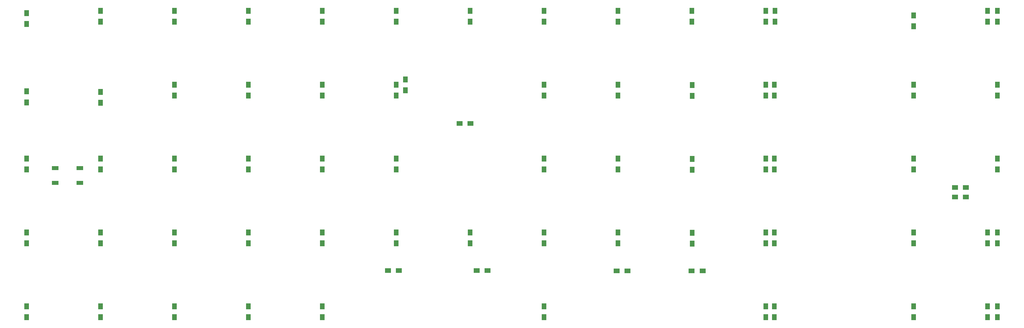
<source format=gbr>
%TF.GenerationSoftware,KiCad,Pcbnew,(5.1.7)-1*%
%TF.CreationDate,2021-02-07T19:51:08+07:00*%
%TF.ProjectId,75-pixels,37352d70-6978-4656-9c73-2e6b69636164,rev?*%
%TF.SameCoordinates,Original*%
%TF.FileFunction,Paste,Bot*%
%TF.FilePolarity,Positive*%
%FSLAX46Y46*%
G04 Gerber Fmt 4.6, Leading zero omitted, Abs format (unit mm)*
G04 Created by KiCad (PCBNEW (5.1.7)-1) date 2021-02-07 19:51:08*
%MOMM*%
%LPD*%
G01*
G04 APERTURE LIST*
%ADD10R,1.200000X1.600000*%
%ADD11R,1.600000X1.200000*%
%ADD12R,1.700000X1.000000*%
G04 APERTURE END LIST*
D10*
%TO.C,D4_14*%
X283687500Y-107131250D03*
X283687500Y-104331250D03*
%TD*%
%TO.C,D4_13*%
X281212500Y-107131250D03*
X281212500Y-104331250D03*
%TD*%
%TO.C,D4_12*%
X262162500Y-107131250D03*
X262162500Y-104331250D03*
%TD*%
%TO.C,D4_11*%
X226237500Y-107131250D03*
X226237500Y-104331250D03*
%TD*%
%TO.C,D4_10*%
X224062500Y-107131250D03*
X224062500Y-104331250D03*
%TD*%
D11*
%TO.C,D4_9*%
X207743750Y-95250000D03*
X204943750Y-95250000D03*
%TD*%
%TO.C,D4_8*%
X188431250Y-95250000D03*
X185631250Y-95250000D03*
%TD*%
D10*
%TO.C,D4_7*%
X166912500Y-107131250D03*
X166912500Y-104331250D03*
%TD*%
D11*
%TO.C,D4_6*%
X152337500Y-95156250D03*
X149537500Y-95156250D03*
%TD*%
%TO.C,D4_5*%
X129493750Y-95156250D03*
X126693750Y-95156250D03*
%TD*%
D10*
%TO.C,D4_4*%
X109762500Y-107131250D03*
X109762500Y-104331250D03*
%TD*%
%TO.C,D4_3*%
X90712500Y-107131250D03*
X90712500Y-104331250D03*
%TD*%
%TO.C,D4_2*%
X71662500Y-107131250D03*
X71662500Y-104331250D03*
%TD*%
%TO.C,D4_1*%
X52612500Y-107131250D03*
X52612500Y-104331250D03*
%TD*%
%TO.C,D4_0*%
X33562500Y-107131250D03*
X33562500Y-104331250D03*
%TD*%
%TO.C,D3_14*%
X283687500Y-88081250D03*
X283687500Y-85281250D03*
%TD*%
%TO.C,D3_13*%
X281212500Y-88081250D03*
X281212500Y-85281250D03*
%TD*%
%TO.C,D3_12*%
X262162500Y-88081250D03*
X262162500Y-85281250D03*
%TD*%
%TO.C,D3_11*%
X226237500Y-88081250D03*
X226237500Y-85281250D03*
%TD*%
%TO.C,D3_10*%
X224062500Y-88081250D03*
X224062500Y-85281250D03*
%TD*%
%TO.C,D3_9*%
X205031250Y-88156250D03*
X205031250Y-85356250D03*
%TD*%
%TO.C,D3_8*%
X185962500Y-88081250D03*
X185962500Y-85281250D03*
%TD*%
%TO.C,D3_7*%
X166912500Y-88081250D03*
X166912500Y-85281250D03*
%TD*%
%TO.C,D3_6*%
X147862500Y-88081250D03*
X147862500Y-85281250D03*
%TD*%
%TO.C,D3_5*%
X128812500Y-88081250D03*
X128812500Y-85281250D03*
%TD*%
%TO.C,D3_4*%
X109762500Y-88081250D03*
X109762500Y-85281250D03*
%TD*%
%TO.C,D3_3*%
X90712500Y-88081250D03*
X90712500Y-85281250D03*
%TD*%
%TO.C,D3_2*%
X71662500Y-88081250D03*
X71662500Y-85281250D03*
%TD*%
%TO.C,D3_1*%
X52612500Y-88081250D03*
X52612500Y-85281250D03*
%TD*%
%TO.C,D3_0*%
X33562500Y-88081250D03*
X33562500Y-85281250D03*
%TD*%
%TO.C,D2_14*%
X283687500Y-69031250D03*
X283687500Y-66231250D03*
%TD*%
D11*
%TO.C,D2_13*%
X272818750Y-76125000D03*
X275618750Y-76125000D03*
%TD*%
D10*
%TO.C,D2_12*%
X262162500Y-69031250D03*
X262162500Y-66231250D03*
%TD*%
%TO.C,D2_11*%
X226237500Y-69031250D03*
X226237500Y-66231250D03*
%TD*%
%TO.C,D2_10*%
X224062500Y-69031250D03*
X224062500Y-66231250D03*
%TD*%
%TO.C,D2_9*%
X205031250Y-69106250D03*
X205031250Y-66306250D03*
%TD*%
%TO.C,D2_8*%
X185962500Y-69031250D03*
X185962500Y-66231250D03*
%TD*%
%TO.C,D2_7*%
X166912500Y-69031250D03*
X166912500Y-66231250D03*
%TD*%
D11*
%TO.C,D2_6*%
X147931250Y-57187500D03*
X145131250Y-57187500D03*
%TD*%
D10*
%TO.C,D2_5*%
X128812500Y-69031250D03*
X128812500Y-66231250D03*
%TD*%
%TO.C,D2_4*%
X109762500Y-69031250D03*
X109762500Y-66231250D03*
%TD*%
D12*
%TO.C,SW1*%
X40912500Y-72493750D03*
X47212500Y-72493750D03*
X40912500Y-68693750D03*
X47212500Y-68693750D03*
%TD*%
D10*
%TO.C,D2_3*%
X90712500Y-69031250D03*
X90712500Y-66231250D03*
%TD*%
%TO.C,D2_2*%
X71662500Y-69031250D03*
X71662500Y-66231250D03*
%TD*%
%TO.C,D2_1*%
X52612500Y-69031250D03*
X52612500Y-66231250D03*
%TD*%
%TO.C,D2_0*%
X33562500Y-69031250D03*
X33562500Y-66231250D03*
%TD*%
%TO.C,D1_14*%
X283687500Y-49981250D03*
X283687500Y-47181250D03*
%TD*%
D11*
%TO.C,D1_13*%
X272818750Y-73687500D03*
X275618750Y-73687500D03*
%TD*%
D10*
%TO.C,D1_12*%
X262162500Y-49981250D03*
X262162500Y-47181250D03*
%TD*%
%TO.C,D1_11*%
X226237500Y-49981250D03*
X226237500Y-47181250D03*
%TD*%
%TO.C,D1_10*%
X224062500Y-49981250D03*
X224062500Y-47181250D03*
%TD*%
%TO.C,D1_9*%
X205031250Y-50056250D03*
X205031250Y-47256250D03*
%TD*%
%TO.C,D1_8*%
X185962500Y-49981250D03*
X185962500Y-47181250D03*
%TD*%
%TO.C,D1_7*%
X166912500Y-49981250D03*
X166912500Y-47181250D03*
%TD*%
%TO.C,D1_6*%
X131156250Y-48650000D03*
X131156250Y-45850000D03*
%TD*%
%TO.C,D1_5*%
X128812500Y-49981250D03*
X128812500Y-47181250D03*
%TD*%
%TO.C,D1_4*%
X109762500Y-49981250D03*
X109762500Y-47181250D03*
%TD*%
%TO.C,D1_3*%
X90712500Y-49981250D03*
X90712500Y-47181250D03*
%TD*%
%TO.C,D1_2*%
X71662500Y-49981250D03*
X71662500Y-47181250D03*
%TD*%
%TO.C,D1_1*%
X52593750Y-51837500D03*
X52593750Y-49037500D03*
%TD*%
%TO.C,D1_0*%
X33562500Y-51743750D03*
X33562500Y-48943750D03*
%TD*%
%TO.C,D0_14*%
X283687500Y-30931250D03*
X283687500Y-28131250D03*
%TD*%
%TO.C,D0_13*%
X281212500Y-30931250D03*
X281212500Y-28131250D03*
%TD*%
%TO.C,D0_12*%
X262162500Y-32150000D03*
X262162500Y-29350000D03*
%TD*%
%TO.C,D0_11*%
X226406250Y-30931250D03*
X226406250Y-28131250D03*
%TD*%
%TO.C,D0_10*%
X224062500Y-30931250D03*
X224062500Y-28131250D03*
%TD*%
%TO.C,D0_9*%
X205012500Y-30931250D03*
X205012500Y-28131250D03*
%TD*%
%TO.C,D0_8*%
X185962500Y-30931250D03*
X185962500Y-28131250D03*
%TD*%
%TO.C,D0_7*%
X166912500Y-30931250D03*
X166912500Y-28131250D03*
%TD*%
%TO.C,D0_6*%
X147862500Y-30931250D03*
X147862500Y-28131250D03*
%TD*%
%TO.C,D0_5*%
X128812500Y-30931250D03*
X128812500Y-28131250D03*
%TD*%
%TO.C,D0_4*%
X109762500Y-30931250D03*
X109762500Y-28131250D03*
%TD*%
%TO.C,D0_3*%
X90712500Y-30931250D03*
X90712500Y-28131250D03*
%TD*%
%TO.C,D0_2*%
X71662500Y-30931250D03*
X71662500Y-28131250D03*
%TD*%
%TO.C,D0_1*%
X52612500Y-30931250D03*
X52612500Y-28131250D03*
%TD*%
%TO.C,D0_0*%
X33562500Y-31587500D03*
X33562500Y-28787500D03*
%TD*%
M02*

</source>
